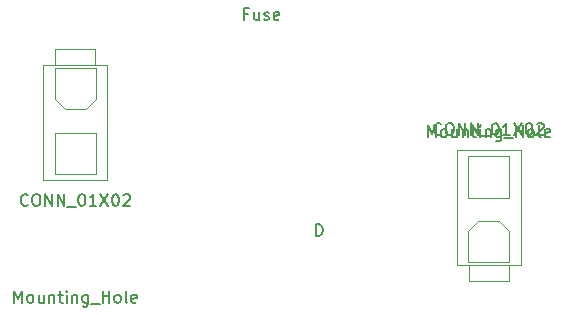
<source format=gbr>
G04 #@! TF.GenerationSoftware,KiCad,Pcbnew,5.0.0-rc2*
G04 #@! TF.CreationDate,2019-06-24T22:20:35-04:00*
G04 #@! TF.ProjectId,pcb,7063622E6B696361645F706362000000,rev?*
G04 #@! TF.SameCoordinates,Original*
G04 #@! TF.FileFunction,Other,Fab,Top*
%FSLAX46Y46*%
G04 Gerber Fmt 4.6, Leading zero omitted, Abs format (unit mm)*
G04 Created by KiCad (PCBNEW 5.0.0-rc2) date Mon Jun 24 22:20:35 2019*
%MOMM*%
%LPD*%
G01*
G04 APERTURE LIST*
%ADD10C,0.050000*%
%ADD11C,0.150000*%
G04 APERTURE END LIST*
D10*
G04 #@! TO.C,P1*
X114700000Y-90250000D02*
X114700000Y-80550000D01*
X114700000Y-80550000D02*
X109300000Y-80550000D01*
X109300000Y-80550000D02*
X109300000Y-90250000D01*
X109300000Y-90250000D02*
X114700000Y-90250000D01*
X113700000Y-80550000D02*
X113700000Y-79150000D01*
X113700000Y-79150000D02*
X110300000Y-79150000D01*
X110300000Y-79150000D02*
X110300000Y-80550000D01*
X113750000Y-89750000D02*
X113750000Y-86250000D01*
X113750000Y-86250000D02*
X110250000Y-86250000D01*
X110250000Y-86250000D02*
X110250000Y-89750000D01*
X110250000Y-89750000D02*
X113750000Y-89750000D01*
X113750000Y-80750000D02*
X113750000Y-83375000D01*
X113750000Y-83375000D02*
X112875000Y-84250000D01*
X112875000Y-84250000D02*
X111125000Y-84250000D01*
X111125000Y-84250000D02*
X110250000Y-83375000D01*
X110250000Y-83375000D02*
X110250000Y-80750000D01*
X110250000Y-80750000D02*
X113750000Y-80750000D01*
G04 #@! TO.C,P2*
X148750000Y-97250000D02*
X145250000Y-97250000D01*
X148750000Y-94625000D02*
X148750000Y-97250000D01*
X147875000Y-93750000D02*
X148750000Y-94625000D01*
X146125000Y-93750000D02*
X147875000Y-93750000D01*
X145250000Y-94625000D02*
X146125000Y-93750000D01*
X145250000Y-97250000D02*
X145250000Y-94625000D01*
X148750000Y-88250000D02*
X145250000Y-88250000D01*
X148750000Y-91750000D02*
X148750000Y-88250000D01*
X145250000Y-91750000D02*
X148750000Y-91750000D01*
X145250000Y-88250000D02*
X145250000Y-91750000D01*
X148700000Y-98850000D02*
X148700000Y-97450000D01*
X145300000Y-98850000D02*
X148700000Y-98850000D01*
X145300000Y-97450000D02*
X145300000Y-98850000D01*
X149700000Y-87750000D02*
X144300000Y-87750000D01*
X149700000Y-97450000D02*
X149700000Y-87750000D01*
X144300000Y-97450000D02*
X149700000Y-97450000D01*
X144300000Y-87750000D02*
X144300000Y-97450000D01*
G04 #@! TD*
G04 #@! TO.C,D1*
D11*
X132366755Y-95010920D02*
X132366755Y-94010920D01*
X132604850Y-94010920D01*
X132747707Y-94058540D01*
X132842945Y-94153778D01*
X132890564Y-94249016D01*
X132938183Y-94439492D01*
X132938183Y-94582349D01*
X132890564Y-94772825D01*
X132842945Y-94868063D01*
X132747707Y-94963301D01*
X132604850Y-95010920D01*
X132366755Y-95010920D01*
G04 #@! TO.C,F1*
X126592132Y-76190071D02*
X126258799Y-76190071D01*
X126258799Y-76713880D02*
X126258799Y-75713880D01*
X126734989Y-75713880D01*
X127544513Y-76047214D02*
X127544513Y-76713880D01*
X127115942Y-76047214D02*
X127115942Y-76571023D01*
X127163561Y-76666261D01*
X127258799Y-76713880D01*
X127401656Y-76713880D01*
X127496894Y-76666261D01*
X127544513Y-76618642D01*
X127973085Y-76666261D02*
X128068323Y-76713880D01*
X128258799Y-76713880D01*
X128354037Y-76666261D01*
X128401656Y-76571023D01*
X128401656Y-76523404D01*
X128354037Y-76428166D01*
X128258799Y-76380547D01*
X128115942Y-76380547D01*
X128020704Y-76332928D01*
X127973085Y-76237690D01*
X127973085Y-76190071D01*
X128020704Y-76094833D01*
X128115942Y-76047214D01*
X128258799Y-76047214D01*
X128354037Y-76094833D01*
X129211180Y-76666261D02*
X129115942Y-76713880D01*
X128925466Y-76713880D01*
X128830228Y-76666261D01*
X128782609Y-76571023D01*
X128782609Y-76190071D01*
X128830228Y-76094833D01*
X128925466Y-76047214D01*
X129115942Y-76047214D01*
X129211180Y-76094833D01*
X129258799Y-76190071D01*
X129258799Y-76285309D01*
X128782609Y-76380547D01*
G04 #@! TO.C,MK1*
X141833333Y-86652380D02*
X141833333Y-85652380D01*
X142166666Y-86366666D01*
X142499999Y-85652380D01*
X142499999Y-86652380D01*
X143119047Y-86652380D02*
X143023809Y-86604761D01*
X142976190Y-86557142D01*
X142928571Y-86461904D01*
X142928571Y-86176190D01*
X142976190Y-86080952D01*
X143023809Y-86033333D01*
X143119047Y-85985714D01*
X143261904Y-85985714D01*
X143357142Y-86033333D01*
X143404761Y-86080952D01*
X143452380Y-86176190D01*
X143452380Y-86461904D01*
X143404761Y-86557142D01*
X143357142Y-86604761D01*
X143261904Y-86652380D01*
X143119047Y-86652380D01*
X144309523Y-85985714D02*
X144309523Y-86652380D01*
X143880952Y-85985714D02*
X143880952Y-86509523D01*
X143928571Y-86604761D01*
X144023809Y-86652380D01*
X144166666Y-86652380D01*
X144261904Y-86604761D01*
X144309523Y-86557142D01*
X144785714Y-85985714D02*
X144785714Y-86652380D01*
X144785714Y-86080952D02*
X144833333Y-86033333D01*
X144928571Y-85985714D01*
X145071428Y-85985714D01*
X145166666Y-86033333D01*
X145214285Y-86128571D01*
X145214285Y-86652380D01*
X145547619Y-85985714D02*
X145928571Y-85985714D01*
X145690476Y-85652380D02*
X145690476Y-86509523D01*
X145738095Y-86604761D01*
X145833333Y-86652380D01*
X145928571Y-86652380D01*
X146261904Y-86652380D02*
X146261904Y-85985714D01*
X146261904Y-85652380D02*
X146214285Y-85700000D01*
X146261904Y-85747619D01*
X146309523Y-85700000D01*
X146261904Y-85652380D01*
X146261904Y-85747619D01*
X146738095Y-85985714D02*
X146738095Y-86652380D01*
X146738095Y-86080952D02*
X146785714Y-86033333D01*
X146880952Y-85985714D01*
X147023809Y-85985714D01*
X147119047Y-86033333D01*
X147166666Y-86128571D01*
X147166666Y-86652380D01*
X148071428Y-85985714D02*
X148071428Y-86795238D01*
X148023809Y-86890476D01*
X147976190Y-86938095D01*
X147880952Y-86985714D01*
X147738095Y-86985714D01*
X147642857Y-86938095D01*
X148071428Y-86604761D02*
X147976190Y-86652380D01*
X147785714Y-86652380D01*
X147690476Y-86604761D01*
X147642857Y-86557142D01*
X147595238Y-86461904D01*
X147595238Y-86176190D01*
X147642857Y-86080952D01*
X147690476Y-86033333D01*
X147785714Y-85985714D01*
X147976190Y-85985714D01*
X148071428Y-86033333D01*
X148309523Y-86747619D02*
X149071428Y-86747619D01*
X149309523Y-86652380D02*
X149309523Y-85652380D01*
X149309523Y-86128571D02*
X149880952Y-86128571D01*
X149880952Y-86652380D02*
X149880952Y-85652380D01*
X150499999Y-86652380D02*
X150404761Y-86604761D01*
X150357142Y-86557142D01*
X150309523Y-86461904D01*
X150309523Y-86176190D01*
X150357142Y-86080952D01*
X150404761Y-86033333D01*
X150499999Y-85985714D01*
X150642857Y-85985714D01*
X150738095Y-86033333D01*
X150785714Y-86080952D01*
X150833333Y-86176190D01*
X150833333Y-86461904D01*
X150785714Y-86557142D01*
X150738095Y-86604761D01*
X150642857Y-86652380D01*
X150499999Y-86652380D01*
X151404761Y-86652380D02*
X151309523Y-86604761D01*
X151261904Y-86509523D01*
X151261904Y-85652380D01*
X152166666Y-86604761D02*
X152071428Y-86652380D01*
X151880952Y-86652380D01*
X151785714Y-86604761D01*
X151738095Y-86509523D01*
X151738095Y-86128571D01*
X151785714Y-86033333D01*
X151880952Y-85985714D01*
X152071428Y-85985714D01*
X152166666Y-86033333D01*
X152214285Y-86128571D01*
X152214285Y-86223809D01*
X151738095Y-86319047D01*
G04 #@! TO.C,MK2*
X106833333Y-100652380D02*
X106833333Y-99652380D01*
X107166666Y-100366666D01*
X107499999Y-99652380D01*
X107499999Y-100652380D01*
X108119047Y-100652380D02*
X108023809Y-100604761D01*
X107976190Y-100557142D01*
X107928571Y-100461904D01*
X107928571Y-100176190D01*
X107976190Y-100080952D01*
X108023809Y-100033333D01*
X108119047Y-99985714D01*
X108261904Y-99985714D01*
X108357142Y-100033333D01*
X108404761Y-100080952D01*
X108452380Y-100176190D01*
X108452380Y-100461904D01*
X108404761Y-100557142D01*
X108357142Y-100604761D01*
X108261904Y-100652380D01*
X108119047Y-100652380D01*
X109309523Y-99985714D02*
X109309523Y-100652380D01*
X108880952Y-99985714D02*
X108880952Y-100509523D01*
X108928571Y-100604761D01*
X109023809Y-100652380D01*
X109166666Y-100652380D01*
X109261904Y-100604761D01*
X109309523Y-100557142D01*
X109785714Y-99985714D02*
X109785714Y-100652380D01*
X109785714Y-100080952D02*
X109833333Y-100033333D01*
X109928571Y-99985714D01*
X110071428Y-99985714D01*
X110166666Y-100033333D01*
X110214285Y-100128571D01*
X110214285Y-100652380D01*
X110547619Y-99985714D02*
X110928571Y-99985714D01*
X110690476Y-99652380D02*
X110690476Y-100509523D01*
X110738095Y-100604761D01*
X110833333Y-100652380D01*
X110928571Y-100652380D01*
X111261904Y-100652380D02*
X111261904Y-99985714D01*
X111261904Y-99652380D02*
X111214285Y-99700000D01*
X111261904Y-99747619D01*
X111309523Y-99700000D01*
X111261904Y-99652380D01*
X111261904Y-99747619D01*
X111738095Y-99985714D02*
X111738095Y-100652380D01*
X111738095Y-100080952D02*
X111785714Y-100033333D01*
X111880952Y-99985714D01*
X112023809Y-99985714D01*
X112119047Y-100033333D01*
X112166666Y-100128571D01*
X112166666Y-100652380D01*
X113071428Y-99985714D02*
X113071428Y-100795238D01*
X113023809Y-100890476D01*
X112976190Y-100938095D01*
X112880952Y-100985714D01*
X112738095Y-100985714D01*
X112642857Y-100938095D01*
X113071428Y-100604761D02*
X112976190Y-100652380D01*
X112785714Y-100652380D01*
X112690476Y-100604761D01*
X112642857Y-100557142D01*
X112595238Y-100461904D01*
X112595238Y-100176190D01*
X112642857Y-100080952D01*
X112690476Y-100033333D01*
X112785714Y-99985714D01*
X112976190Y-99985714D01*
X113071428Y-100033333D01*
X113309523Y-100747619D02*
X114071428Y-100747619D01*
X114309523Y-100652380D02*
X114309523Y-99652380D01*
X114309523Y-100128571D02*
X114880952Y-100128571D01*
X114880952Y-100652380D02*
X114880952Y-99652380D01*
X115499999Y-100652380D02*
X115404761Y-100604761D01*
X115357142Y-100557142D01*
X115309523Y-100461904D01*
X115309523Y-100176190D01*
X115357142Y-100080952D01*
X115404761Y-100033333D01*
X115499999Y-99985714D01*
X115642857Y-99985714D01*
X115738095Y-100033333D01*
X115785714Y-100080952D01*
X115833333Y-100176190D01*
X115833333Y-100461904D01*
X115785714Y-100557142D01*
X115738095Y-100604761D01*
X115642857Y-100652380D01*
X115499999Y-100652380D01*
X116404761Y-100652380D02*
X116309523Y-100604761D01*
X116261904Y-100509523D01*
X116261904Y-99652380D01*
X117166666Y-100604761D02*
X117071428Y-100652380D01*
X116880952Y-100652380D01*
X116785714Y-100604761D01*
X116738095Y-100509523D01*
X116738095Y-100128571D01*
X116785714Y-100033333D01*
X116880952Y-99985714D01*
X117071428Y-99985714D01*
X117166666Y-100033333D01*
X117214285Y-100128571D01*
X117214285Y-100223809D01*
X116738095Y-100319047D01*
G04 #@! TO.C,P1*
X107976190Y-92357142D02*
X107928571Y-92404761D01*
X107785714Y-92452380D01*
X107690476Y-92452380D01*
X107547619Y-92404761D01*
X107452380Y-92309523D01*
X107404761Y-92214285D01*
X107357142Y-92023809D01*
X107357142Y-91880952D01*
X107404761Y-91690476D01*
X107452380Y-91595238D01*
X107547619Y-91500000D01*
X107690476Y-91452380D01*
X107785714Y-91452380D01*
X107928571Y-91500000D01*
X107976190Y-91547619D01*
X108595238Y-91452380D02*
X108785714Y-91452380D01*
X108880952Y-91500000D01*
X108976190Y-91595238D01*
X109023809Y-91785714D01*
X109023809Y-92119047D01*
X108976190Y-92309523D01*
X108880952Y-92404761D01*
X108785714Y-92452380D01*
X108595238Y-92452380D01*
X108500000Y-92404761D01*
X108404761Y-92309523D01*
X108357142Y-92119047D01*
X108357142Y-91785714D01*
X108404761Y-91595238D01*
X108500000Y-91500000D01*
X108595238Y-91452380D01*
X109452380Y-92452380D02*
X109452380Y-91452380D01*
X110023809Y-92452380D01*
X110023809Y-91452380D01*
X110500000Y-92452380D02*
X110500000Y-91452380D01*
X111071428Y-92452380D01*
X111071428Y-91452380D01*
X111309523Y-92547619D02*
X112071428Y-92547619D01*
X112500000Y-91452380D02*
X112595238Y-91452380D01*
X112690476Y-91500000D01*
X112738095Y-91547619D01*
X112785714Y-91642857D01*
X112833333Y-91833333D01*
X112833333Y-92071428D01*
X112785714Y-92261904D01*
X112738095Y-92357142D01*
X112690476Y-92404761D01*
X112595238Y-92452380D01*
X112500000Y-92452380D01*
X112404761Y-92404761D01*
X112357142Y-92357142D01*
X112309523Y-92261904D01*
X112261904Y-92071428D01*
X112261904Y-91833333D01*
X112309523Y-91642857D01*
X112357142Y-91547619D01*
X112404761Y-91500000D01*
X112500000Y-91452380D01*
X113785714Y-92452380D02*
X113214285Y-92452380D01*
X113500000Y-92452380D02*
X113500000Y-91452380D01*
X113404761Y-91595238D01*
X113309523Y-91690476D01*
X113214285Y-91738095D01*
X114119047Y-91452380D02*
X114785714Y-92452380D01*
X114785714Y-91452380D02*
X114119047Y-92452380D01*
X115357142Y-91452380D02*
X115452380Y-91452380D01*
X115547619Y-91500000D01*
X115595238Y-91547619D01*
X115642857Y-91642857D01*
X115690476Y-91833333D01*
X115690476Y-92071428D01*
X115642857Y-92261904D01*
X115595238Y-92357142D01*
X115547619Y-92404761D01*
X115452380Y-92452380D01*
X115357142Y-92452380D01*
X115261904Y-92404761D01*
X115214285Y-92357142D01*
X115166666Y-92261904D01*
X115119047Y-92071428D01*
X115119047Y-91833333D01*
X115166666Y-91642857D01*
X115214285Y-91547619D01*
X115261904Y-91500000D01*
X115357142Y-91452380D01*
X116071428Y-91547619D02*
X116119047Y-91500000D01*
X116214285Y-91452380D01*
X116452380Y-91452380D01*
X116547619Y-91500000D01*
X116595238Y-91547619D01*
X116642857Y-91642857D01*
X116642857Y-91738095D01*
X116595238Y-91880952D01*
X116023809Y-92452380D01*
X116642857Y-92452380D01*
G04 #@! TO.C,P2*
X142976190Y-86357142D02*
X142928571Y-86404761D01*
X142785714Y-86452380D01*
X142690476Y-86452380D01*
X142547619Y-86404761D01*
X142452380Y-86309523D01*
X142404761Y-86214285D01*
X142357142Y-86023809D01*
X142357142Y-85880952D01*
X142404761Y-85690476D01*
X142452380Y-85595238D01*
X142547619Y-85500000D01*
X142690476Y-85452380D01*
X142785714Y-85452380D01*
X142928571Y-85500000D01*
X142976190Y-85547619D01*
X143595238Y-85452380D02*
X143785714Y-85452380D01*
X143880952Y-85500000D01*
X143976190Y-85595238D01*
X144023809Y-85785714D01*
X144023809Y-86119047D01*
X143976190Y-86309523D01*
X143880952Y-86404761D01*
X143785714Y-86452380D01*
X143595238Y-86452380D01*
X143499999Y-86404761D01*
X143404761Y-86309523D01*
X143357142Y-86119047D01*
X143357142Y-85785714D01*
X143404761Y-85595238D01*
X143499999Y-85500000D01*
X143595238Y-85452380D01*
X144452380Y-86452380D02*
X144452380Y-85452380D01*
X145023809Y-86452380D01*
X145023809Y-85452380D01*
X145499999Y-86452380D02*
X145499999Y-85452380D01*
X146071428Y-86452380D01*
X146071428Y-85452380D01*
X146309523Y-86547619D02*
X147071428Y-86547619D01*
X147499999Y-85452380D02*
X147595238Y-85452380D01*
X147690476Y-85500000D01*
X147738095Y-85547619D01*
X147785714Y-85642857D01*
X147833333Y-85833333D01*
X147833333Y-86071428D01*
X147785714Y-86261904D01*
X147738095Y-86357142D01*
X147690476Y-86404761D01*
X147595238Y-86452380D01*
X147499999Y-86452380D01*
X147404761Y-86404761D01*
X147357142Y-86357142D01*
X147309523Y-86261904D01*
X147261904Y-86071428D01*
X147261904Y-85833333D01*
X147309523Y-85642857D01*
X147357142Y-85547619D01*
X147404761Y-85500000D01*
X147499999Y-85452380D01*
X148785714Y-86452380D02*
X148214285Y-86452380D01*
X148499999Y-86452380D02*
X148499999Y-85452380D01*
X148404761Y-85595238D01*
X148309523Y-85690476D01*
X148214285Y-85738095D01*
X149119047Y-85452380D02*
X149785714Y-86452380D01*
X149785714Y-85452380D02*
X149119047Y-86452380D01*
X150357142Y-85452380D02*
X150452380Y-85452380D01*
X150547619Y-85500000D01*
X150595238Y-85547619D01*
X150642857Y-85642857D01*
X150690476Y-85833333D01*
X150690476Y-86071428D01*
X150642857Y-86261904D01*
X150595238Y-86357142D01*
X150547619Y-86404761D01*
X150452380Y-86452380D01*
X150357142Y-86452380D01*
X150261904Y-86404761D01*
X150214285Y-86357142D01*
X150166666Y-86261904D01*
X150119047Y-86071428D01*
X150119047Y-85833333D01*
X150166666Y-85642857D01*
X150214285Y-85547619D01*
X150261904Y-85500000D01*
X150357142Y-85452380D01*
X151071428Y-85547619D02*
X151119047Y-85500000D01*
X151214285Y-85452380D01*
X151452380Y-85452380D01*
X151547619Y-85500000D01*
X151595238Y-85547619D01*
X151642857Y-85642857D01*
X151642857Y-85738095D01*
X151595238Y-85880952D01*
X151023809Y-86452380D01*
X151642857Y-86452380D01*
G04 #@! TD*
M02*

</source>
